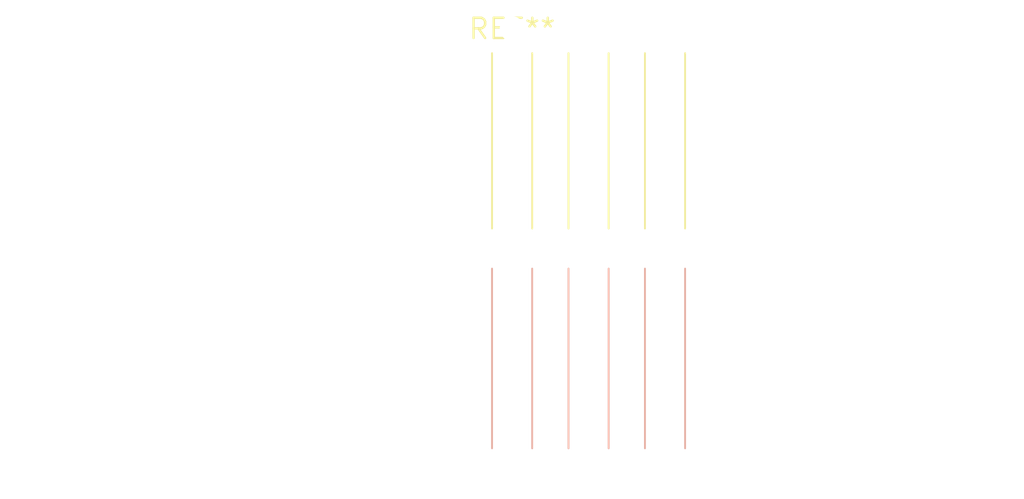
<source format=kicad_pcb>
(kicad_pcb (version 20240108) (generator pcbnew)
  (layers (0 "F.Cu" signal) (31 "B.Cu" signal) (34 "B.Paste" user) (35 "F.Paste" user) (36 "B.SilkS" user "B.Silkscreen") (37 "F.SilkS" user "F.Silkscreen") (38 "B.Mask" user) (39 "F.Mask" user) (44 "Edge.Cuts" user))
  (net 0 "")
  (footprint "SolderWire-0.75sqmm_1x03_P4.8mm_D1.25mm_OD2.3mm_Relief2x" (layer "F.Cu") (at 0 0)
    (property "Reference" "REF**")
    (property "Value" "SolderWire-0.75sqmm_1x03_P4.8mm_D1.25mm_OD2.3mm_Relief2x")
    (fp_line (start -1.26 15.06) (end -1.26 26.34) (layer "B.SilkS") (stroke (width 0.12)))
    (fp_line (start 1.26 15.06) (end 1.26 26.34) (layer "B.SilkS") (stroke (width 0.12)))
    (fp_line (start 3.54 15.06) (end 3.54 26.34) (layer "B.SilkS") (stroke (width 0.12)))
    (fp_line (start 6.06 15.06) (end 6.06 26.34) (layer "B.SilkS") (stroke (width 0.12)))
    (fp_line (start 8.34 15.06) (end 8.34 26.34) (layer "B.SilkS") (stroke (width 0.12)))
    (fp_line (start 10.86 15.06) (end 10.86 26.34) (layer "B.SilkS") (stroke (width 0.12)))
    (fp_line (start -1.26 1.535) (end -1.26 12.54) (layer "F.SilkS") (stroke (width 0.12)))
    (fp_line (start 1.26 1.535) (end 1.26 12.54) (layer "F.SilkS") (stroke (width 0.12)))
    (fp_line (start 3.54 1.535) (end 3.54 12.54) (layer "F.SilkS") (stroke (width 0.12)))
    (fp_line (start 6.06 1.535) (end 6.06 12.54) (layer "F.SilkS") (stroke (width 0.12)))
    (fp_line (start 8.34 1.535) (end 8.34 12.54) (layer "F.SilkS") (stroke (width 0.12)))
    (fp_line (start 10.86 1.535) (end 10.86 12.54) (layer "F.SilkS") (stroke (width 0.12)))
    (pad "" np_thru_hole circle (at 0 13.8) (size 2.8 2.8) (drill 2.8) (layers *.Cu *.Mask))
    (pad "" np_thru_hole circle (at 0 27.6) (size 2.8 2.8) (drill 2.8) (layers *.Cu *.Mask))
    (pad "" np_thru_hole circle (at 4.8 13.8) (size 2.8 2.8) (drill 2.8) (layers *.Cu *.Mask))
    (pad "" np_thru_hole circle (at 4.8 27.6) (size 2.8 2.8) (drill 2.8) (layers *.Cu *.Mask))
    (pad "" np_thru_hole circle (at 9.6 13.8) (size 2.8 2.8) (drill 2.8) (layers *.Cu *.Mask))
    (pad "" np_thru_hole circle (at 9.6 27.6) (size 2.8 2.8) (drill 2.8) (layers *.Cu *.Mask))
    (pad "1" thru_hole roundrect (at 0 0) (size 2.55 2.55) (drill 1.55) (layers *.Cu *.Mask) (remove_unused_layers) (roundrect_rratio 0.098039))
    (pad "2" thru_hole circle (at 4.8 0) (size 2.55 2.55) (drill 1.55) (layers *.Cu *.Mask) (remove_unused_layers))
    (pad "3" thru_hole circle (at 9.6 0) (size 2.55 2.55) (drill 1.55) (layers *.Cu *.Mask) (remove_unused_layers))
  )
)
</source>
